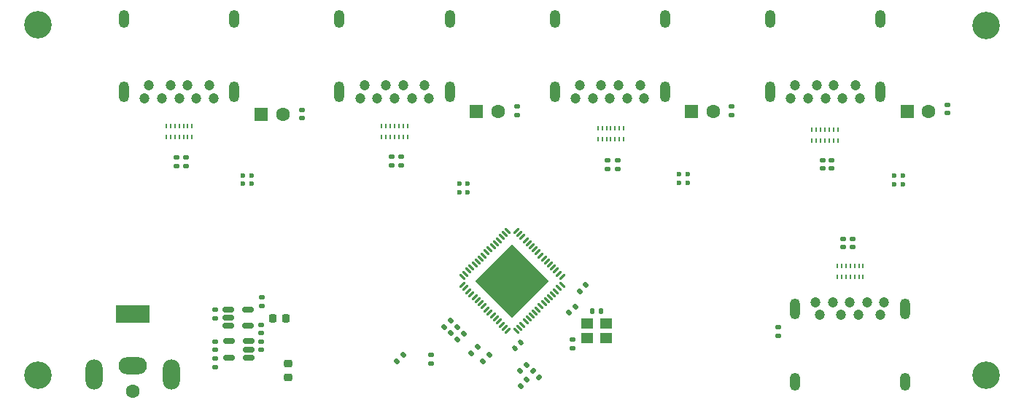
<source format=gts>
G04 #@! TF.GenerationSoftware,KiCad,Pcbnew,(6.0.8)*
G04 #@! TF.CreationDate,2023-07-25T16:12:09-04:00*
G04 #@! TF.ProjectId,Hybrid USB Hub (USB3.0),48796272-6964-4205-9553-422048756220,v1.0*
G04 #@! TF.SameCoordinates,Original*
G04 #@! TF.FileFunction,Soldermask,Top*
G04 #@! TF.FilePolarity,Negative*
%FSLAX46Y46*%
G04 Gerber Fmt 4.6, Leading zero omitted, Abs format (unit mm)*
G04 Created by KiCad (PCBNEW (6.0.8)) date 2023-07-25 16:12:09*
%MOMM*%
%LPD*%
G01*
G04 APERTURE LIST*
G04 Aperture macros list*
%AMRoundRect*
0 Rectangle with rounded corners*
0 $1 Rounding radius*
0 $2 $3 $4 $5 $6 $7 $8 $9 X,Y pos of 4 corners*
0 Add a 4 corners polygon primitive as box body*
4,1,4,$2,$3,$4,$5,$6,$7,$8,$9,$2,$3,0*
0 Add four circle primitives for the rounded corners*
1,1,$1+$1,$2,$3*
1,1,$1+$1,$4,$5*
1,1,$1+$1,$6,$7*
1,1,$1+$1,$8,$9*
0 Add four rect primitives between the rounded corners*
20,1,$1+$1,$2,$3,$4,$5,0*
20,1,$1+$1,$4,$5,$6,$7,0*
20,1,$1+$1,$6,$7,$8,$9,0*
20,1,$1+$1,$8,$9,$2,$3,0*%
%AMRotRect*
0 Rectangle, with rotation*
0 The origin of the aperture is its center*
0 $1 length*
0 $2 width*
0 $3 Rotation angle, in degrees counterclockwise*
0 Add horizontal line*
21,1,$1,$2,0,0,$3*%
G04 Aperture macros list end*
%ADD10RoundRect,0.140000X-0.170000X0.140000X-0.170000X-0.140000X0.170000X-0.140000X0.170000X0.140000X0*%
%ADD11RoundRect,0.135000X-0.035355X0.226274X-0.226274X0.035355X0.035355X-0.226274X0.226274X-0.035355X0*%
%ADD12RoundRect,0.140000X0.170000X-0.140000X0.170000X0.140000X-0.170000X0.140000X-0.170000X-0.140000X0*%
%ADD13C,1.200000*%
%ADD14O,1.200000X2.100000*%
%ADD15O,1.200000X2.400000*%
%ADD16R,1.600000X1.600000*%
%ADD17C,1.600000*%
%ADD18RoundRect,0.135000X0.035355X-0.226274X0.226274X-0.035355X-0.035355X0.226274X-0.226274X0.035355X0*%
%ADD19C,3.200000*%
%ADD20R,0.200000X0.499999*%
%ADD21RoundRect,0.150000X-0.512500X-0.150000X0.512500X-0.150000X0.512500X0.150000X-0.512500X0.150000X0*%
%ADD22RoundRect,0.150000X0.512500X0.150000X-0.512500X0.150000X-0.512500X-0.150000X0.512500X-0.150000X0*%
%ADD23RoundRect,0.147500X0.172500X-0.147500X0.172500X0.147500X-0.172500X0.147500X-0.172500X-0.147500X0*%
%ADD24RoundRect,0.062500X0.220971X0.309359X-0.309359X-0.220971X-0.220971X-0.309359X0.309359X0.220971X0*%
%ADD25RoundRect,0.062500X-0.220971X0.309359X-0.309359X0.220971X0.220971X-0.309359X0.309359X-0.220971X0*%
%ADD26RotRect,6.000000X6.000000X225.000000*%
%ADD27R,4.000000X2.000000*%
%ADD28O,3.300000X2.000000*%
%ADD29O,2.000000X3.500000*%
%ADD30RoundRect,0.140000X0.140000X0.170000X-0.140000X0.170000X-0.140000X-0.170000X0.140000X-0.170000X0*%
%ADD31RoundRect,0.140000X-0.021213X0.219203X-0.219203X0.021213X0.021213X-0.219203X0.219203X-0.021213X0*%
%ADD32RoundRect,0.135000X-0.185000X0.135000X-0.185000X-0.135000X0.185000X-0.135000X0.185000X0.135000X0*%
%ADD33RoundRect,0.225000X0.250000X-0.225000X0.250000X0.225000X-0.250000X0.225000X-0.250000X-0.225000X0*%
%ADD34R,1.400000X1.200000*%
%ADD35RoundRect,0.135000X-0.226274X-0.035355X-0.035355X-0.226274X0.226274X0.035355X0.035355X0.226274X0*%
%ADD36RoundRect,0.225000X-0.225000X-0.250000X0.225000X-0.250000X0.225000X0.250000X-0.225000X0.250000X0*%
%ADD37C,0.600000*%
G04 APERTURE END LIST*
D10*
X117863750Y-118915000D03*
X117863750Y-119875000D03*
D11*
X139870000Y-116480000D03*
X139148752Y-117201248D03*
D12*
X109170000Y-98480000D03*
X109170000Y-97520000D03*
D13*
X136870000Y-89130000D03*
X134370000Y-89130000D03*
X132370000Y-89130000D03*
X129870000Y-89130000D03*
X129370000Y-90630000D03*
X131370000Y-90630000D03*
X133370000Y-90630000D03*
X135370000Y-90630000D03*
X137370000Y-90630000D03*
D14*
X126970000Y-81380000D03*
D15*
X126970000Y-89880000D03*
D14*
X139770000Y-81380000D03*
D15*
X139770000Y-89880000D03*
D16*
X167864888Y-92130000D03*
D17*
X170364888Y-92130000D03*
D12*
X158120000Y-98830000D03*
X158120000Y-97870000D03*
D16*
X142864888Y-92130000D03*
D17*
X145364888Y-92130000D03*
D11*
X148680624Y-121619376D03*
X147959376Y-122340624D03*
D10*
X154070000Y-118700000D03*
X154070000Y-119660000D03*
D13*
X161870000Y-89130000D03*
X159370000Y-89130000D03*
X157370000Y-89130000D03*
X154870000Y-89130000D03*
X154370000Y-90630000D03*
X156370000Y-90630000D03*
X158370000Y-90630000D03*
X160370000Y-90630000D03*
X162370000Y-90630000D03*
D15*
X164770000Y-89880000D03*
X151970000Y-89880000D03*
D14*
X151970000Y-81380000D03*
X164770000Y-81380000D03*
D18*
X143648752Y-121201248D03*
X144370000Y-120480000D03*
D12*
X117868750Y-117900000D03*
X117868750Y-116940000D03*
D13*
X111870000Y-89130000D03*
X109370000Y-89130000D03*
X107370000Y-89130000D03*
X104870000Y-89130000D03*
X104370000Y-90630000D03*
X106370000Y-90630000D03*
X108370000Y-90630000D03*
X110370000Y-90630000D03*
X112370000Y-90630000D03*
D15*
X114770000Y-89880000D03*
D14*
X101970000Y-81380000D03*
D15*
X101970000Y-89880000D03*
D14*
X114770000Y-81380000D03*
D19*
X202000000Y-82200000D03*
D20*
X134870000Y-93880000D03*
X134370001Y-93880000D03*
X133869999Y-93880000D03*
X133370000Y-93880000D03*
X132869998Y-93880000D03*
X132369999Y-93880000D03*
X131870000Y-93880000D03*
X131870000Y-95130000D03*
X132369999Y-95130000D03*
X132869998Y-95130000D03*
X133370000Y-95130000D03*
X133869999Y-95130000D03*
X134370001Y-95130000D03*
X134870000Y-95130000D03*
D21*
X114093750Y-115195000D03*
X114093750Y-116145000D03*
X114093750Y-117095000D03*
X116368750Y-117095000D03*
X116368750Y-115195000D03*
D10*
X112563750Y-118915000D03*
X112563750Y-119875000D03*
X112568750Y-120890000D03*
X112568750Y-121850000D03*
D22*
X116401250Y-120770000D03*
X116401250Y-119820000D03*
X116401250Y-118870000D03*
X114126250Y-118870000D03*
X114126250Y-120770000D03*
D23*
X172520000Y-92565000D03*
X172520000Y-91595000D03*
X197520000Y-92365000D03*
X197520000Y-91395000D03*
D24*
X152814893Y-111371592D03*
X152461339Y-111018039D03*
X152107786Y-110664485D03*
X151754233Y-110310932D03*
X151400679Y-109957379D03*
X151047126Y-109603825D03*
X150693572Y-109250272D03*
X150340019Y-108896718D03*
X149986466Y-108543165D03*
X149632912Y-108189612D03*
X149279359Y-107836058D03*
X148925805Y-107482505D03*
X148572252Y-107128951D03*
X148218699Y-106775398D03*
X147865145Y-106421845D03*
X147511592Y-106068291D03*
D25*
X146539320Y-106068291D03*
X146185767Y-106421845D03*
X145832213Y-106775398D03*
X145478660Y-107128951D03*
X145125107Y-107482505D03*
X144771553Y-107836058D03*
X144418000Y-108189612D03*
X144064446Y-108543165D03*
X143710893Y-108896718D03*
X143357340Y-109250272D03*
X143003786Y-109603825D03*
X142650233Y-109957379D03*
X142296679Y-110310932D03*
X141943126Y-110664485D03*
X141589573Y-111018039D03*
X141236019Y-111371592D03*
D24*
X141236019Y-112343864D03*
X141589573Y-112697417D03*
X141943126Y-113050971D03*
X142296679Y-113404524D03*
X142650233Y-113758077D03*
X143003786Y-114111631D03*
X143357340Y-114465184D03*
X143710893Y-114818738D03*
X144064446Y-115172291D03*
X144418000Y-115525844D03*
X144771553Y-115879398D03*
X145125107Y-116232951D03*
X145478660Y-116586505D03*
X145832213Y-116940058D03*
X146185767Y-117293611D03*
X146539320Y-117647165D03*
D25*
X147511592Y-117647165D03*
X147865145Y-117293611D03*
X148218699Y-116940058D03*
X148572252Y-116586505D03*
X148925805Y-116232951D03*
X149279359Y-115879398D03*
X149632912Y-115525844D03*
X149986466Y-115172291D03*
X150340019Y-114818738D03*
X150693572Y-114465184D03*
X151047126Y-114111631D03*
X151400679Y-113758077D03*
X151754233Y-113404524D03*
X152107786Y-113050971D03*
X152461339Y-112697417D03*
X152814893Y-112343864D03*
D26*
X147025456Y-111857728D03*
D17*
X102995000Y-124700000D03*
D27*
X102995000Y-115700000D03*
D28*
X102995000Y-121700000D03*
D29*
X107495000Y-122700000D03*
X98495000Y-122700000D03*
D13*
X182720000Y-115830000D03*
X185220000Y-115830000D03*
X187220000Y-115830000D03*
X189720000Y-115830000D03*
X190220000Y-114330000D03*
X188220000Y-114330000D03*
X186220000Y-114330000D03*
X184220000Y-114330000D03*
X182220000Y-114330000D03*
D14*
X179820000Y-123580000D03*
D15*
X179820000Y-115080000D03*
D14*
X192620000Y-123580000D03*
D15*
X192620000Y-115080000D03*
D30*
X157299712Y-115363920D03*
X156339712Y-115363920D03*
D31*
X147995000Y-119030000D03*
X147316178Y-119708822D03*
D16*
X117920000Y-92480000D03*
D17*
X120420000Y-92480000D03*
D11*
X142991248Y-119558752D03*
X142270000Y-120280000D03*
D20*
X159970000Y-94105000D03*
X159470001Y-94105000D03*
X158969999Y-94105000D03*
X158470000Y-94105000D03*
X157969998Y-94105000D03*
X157469999Y-94105000D03*
X156970000Y-94105000D03*
X156970000Y-95355000D03*
X157469999Y-95355000D03*
X157969998Y-95355000D03*
X158470000Y-95355000D03*
X158969999Y-95355000D03*
X159470001Y-95355000D03*
X159970000Y-95355000D03*
D32*
X137620000Y-120479999D03*
X137620000Y-121499999D03*
D33*
X121018750Y-123045000D03*
X121018750Y-121495000D03*
D12*
X134170000Y-98410000D03*
X134170000Y-97450000D03*
X159320000Y-98830000D03*
X159320000Y-97870000D03*
D20*
X184820002Y-94305000D03*
X184320003Y-94305000D03*
X183820001Y-94305000D03*
X183320002Y-94305000D03*
X182820000Y-94305000D03*
X182320001Y-94305000D03*
X181820002Y-94305000D03*
X181820002Y-95555000D03*
X182320001Y-95555000D03*
X182820000Y-95555000D03*
X183320002Y-95555000D03*
X183820001Y-95555000D03*
X184320003Y-95555000D03*
X184820002Y-95555000D03*
D11*
X141380624Y-117969376D03*
X140659376Y-118690624D03*
D10*
X185470000Y-106970000D03*
X185470000Y-107930000D03*
D19*
X92000000Y-82100000D03*
D13*
X186870000Y-89130000D03*
X184370000Y-89130000D03*
X182370000Y-89130000D03*
X179870000Y-89130000D03*
X179370000Y-90630000D03*
X181370000Y-90630000D03*
X183370000Y-90630000D03*
X185370000Y-90630000D03*
X187370000Y-90630000D03*
D14*
X176970000Y-81380000D03*
D15*
X189770000Y-89880000D03*
X176970000Y-89880000D03*
D14*
X189770000Y-81380000D03*
D10*
X112531250Y-115240000D03*
X112531250Y-116200000D03*
D11*
X148730624Y-123369376D03*
X148009376Y-124090624D03*
D10*
X177870000Y-117250000D03*
X177870000Y-118210000D03*
D19*
X92000000Y-122800000D03*
D18*
X153609376Y-115540624D03*
X154330624Y-114819376D03*
D16*
X192864888Y-92130000D03*
D17*
X195364888Y-92130000D03*
D34*
X155725168Y-118541648D03*
X157925168Y-118541648D03*
X157925168Y-116841648D03*
X155725168Y-116841648D03*
D35*
X149420000Y-122330000D03*
X150141248Y-123051248D03*
D20*
X109870001Y-93880000D03*
X109370002Y-93880000D03*
X108870000Y-93880000D03*
X108370001Y-93880000D03*
X107869999Y-93880000D03*
X107370000Y-93880000D03*
X106870001Y-93880000D03*
X106870001Y-95130000D03*
X107370000Y-95130000D03*
X107869999Y-95130000D03*
X108370001Y-95130000D03*
X108870000Y-95130000D03*
X109370002Y-95130000D03*
X109870001Y-95130000D03*
D36*
X119193750Y-116220000D03*
X120743750Y-116220000D03*
D12*
X184070000Y-98780000D03*
X184070000Y-97820000D03*
X108095000Y-98480000D03*
X108095000Y-97520000D03*
X183070000Y-98780000D03*
X183070000Y-97820000D03*
D18*
X133648752Y-121201248D03*
X134370000Y-120480000D03*
D12*
X117943750Y-114750000D03*
X117943750Y-113790000D03*
X133070000Y-98410000D03*
X133070000Y-97450000D03*
D18*
X154839376Y-113060624D03*
X155560624Y-112339376D03*
D23*
X147570000Y-92565000D03*
X147570000Y-91595000D03*
X122620000Y-92965000D03*
X122620000Y-91995000D03*
D18*
X139909376Y-117940624D03*
X140630624Y-117219376D03*
D20*
X184770000Y-111355000D03*
X185269999Y-111355000D03*
X185770001Y-111355000D03*
X186270000Y-111355000D03*
X186770002Y-111355000D03*
X187270001Y-111355000D03*
X187770000Y-111355000D03*
X187770000Y-110105000D03*
X187270001Y-110105000D03*
X186770002Y-110105000D03*
X186270000Y-110105000D03*
X185770001Y-110105000D03*
X185269999Y-110105000D03*
X184770000Y-110105000D03*
D10*
X186570000Y-106970000D03*
X186570000Y-107930000D03*
D19*
X202000000Y-122800000D03*
D37*
X141870000Y-101530000D03*
X140869999Y-101530000D03*
X141870000Y-100530002D03*
X140869999Y-100530002D03*
X191369998Y-99630001D03*
X191369998Y-100629999D03*
X192369999Y-99630001D03*
X192369999Y-100629999D03*
X167369999Y-99430001D03*
X166369998Y-100429999D03*
X167369999Y-100429999D03*
X166369998Y-99430001D03*
X115769998Y-100579997D03*
X115769998Y-99579999D03*
X116769999Y-100579997D03*
X116769999Y-99579999D03*
M02*

</source>
